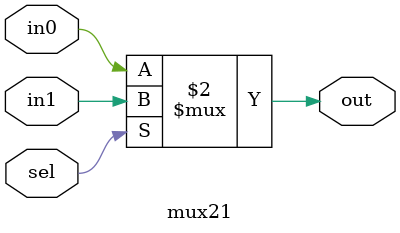
<source format=v>
module mux21(in0, in1, sel, out);
    input in0, in1, sel;
    output out;

    assign out = (sel == 1)? in1:in0;

endmodule
</source>
